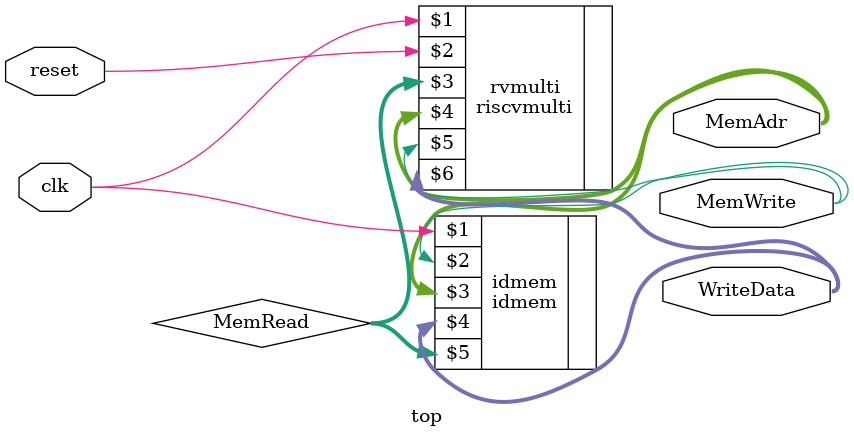
<source format=sv>

`timescale 1ns / 1ps


module top(
    input logic clk, reset,
    output logic [31:0] WriteData, MemAdr,
    output logic MemWrite
    );

    logic [31:0] MemRead;

    riscvmulti  rvmulti(clk, reset, MemRead, MemAdr, MemWrite, WriteData);
    idmem       idmem( clk, MemWrite, MemAdr, WriteData, MemRead);


endmodule

</source>
